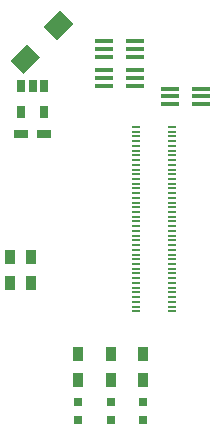
<source format=gtp>
G04 #@! TF.FileFunction,Paste,Top*
%FSLAX46Y46*%
G04 Gerber Fmt 4.6, Leading zero omitted, Abs format (unit mm)*
G04 Created by KiCad (PCBNEW 4.0.1-stable) date Tuesday, April 12, 2016 'PMt' 11:02:27 PM*
%MOMM*%
G01*
G04 APERTURE LIST*
%ADD10C,0.100000*%
%ADD11R,1.501140X0.398780*%
%ADD12R,1.200000X0.750000*%
%ADD13R,0.797560X0.797560*%
%ADD14R,0.900000X1.200000*%
%ADD15R,0.650000X1.060000*%
%ADD16R,0.700000X0.200000*%
G04 APERTURE END LIST*
D10*
D11*
X158080960Y-94250000D03*
X158080960Y-93599760D03*
X158080960Y-92949520D03*
X155419040Y-92949520D03*
X155419040Y-93599760D03*
X155419040Y-94250000D03*
X163661920Y-98250000D03*
X163661920Y-97599760D03*
X163661920Y-96949520D03*
X161000000Y-96949520D03*
X161000000Y-97599760D03*
X161000000Y-98250000D03*
X158080960Y-96700000D03*
X158080960Y-96049760D03*
X158080960Y-95399520D03*
X155419040Y-95399520D03*
X155419040Y-96049760D03*
X155419040Y-96700000D03*
D12*
X150325000Y-100775000D03*
X148425000Y-100775000D03*
D10*
G36*
X148619365Y-95701220D02*
X147487994Y-94569849D01*
X148902207Y-93155636D01*
X150033578Y-94287007D01*
X148619365Y-95701220D01*
X148619365Y-95701220D01*
G37*
G36*
X151447793Y-92872792D02*
X150316422Y-91741421D01*
X151730635Y-90327208D01*
X152862006Y-91458579D01*
X151447793Y-92872792D01*
X151447793Y-92872792D01*
G37*
D13*
X158750000Y-124999300D03*
X158750000Y-123500700D03*
X156000000Y-124998600D03*
X156000000Y-123500000D03*
X153250000Y-124999300D03*
X153250000Y-123500700D03*
D14*
X158750000Y-121600000D03*
X158750000Y-119400000D03*
X156000000Y-121600000D03*
X156000000Y-119400000D03*
X153250000Y-121600000D03*
X153250000Y-119400000D03*
D15*
X150325000Y-96700000D03*
X149375000Y-96700000D03*
X148425000Y-96700000D03*
X148425000Y-98900000D03*
X150325000Y-98900000D03*
D16*
X161190000Y-100200000D03*
X161190000Y-100600000D03*
X161190000Y-101000000D03*
X161190000Y-101400000D03*
X161190000Y-101800000D03*
X161190000Y-102200000D03*
X161190000Y-102600000D03*
X161190000Y-103000000D03*
X161190000Y-103400000D03*
X161190000Y-103800000D03*
X161190000Y-107800000D03*
X161190000Y-107400000D03*
X161190000Y-107000000D03*
X161190000Y-106600000D03*
X161190000Y-106200000D03*
X161190000Y-105800000D03*
X161190000Y-105400000D03*
X161190000Y-105000000D03*
X161190000Y-104600000D03*
X161190000Y-104200000D03*
X161190000Y-108200000D03*
X161190000Y-108600000D03*
X161190000Y-109000000D03*
X161190000Y-109400000D03*
X161190000Y-109800000D03*
X161190000Y-110200000D03*
X161190000Y-110600000D03*
X161190000Y-111000000D03*
X161190000Y-111400000D03*
X161190000Y-111800000D03*
X161190000Y-115800000D03*
X161190000Y-115400000D03*
X161190000Y-115000000D03*
X161190000Y-114600000D03*
X161190000Y-114200000D03*
X161190000Y-113800000D03*
X161190000Y-113400000D03*
X161190000Y-113000000D03*
X161190000Y-112600000D03*
X161190000Y-112200000D03*
X158110000Y-112200000D03*
X158110000Y-112600000D03*
X158110000Y-113000000D03*
X158110000Y-113400000D03*
X158110000Y-113800000D03*
X158110000Y-114200000D03*
X158110000Y-114600000D03*
X158110000Y-115000000D03*
X158110000Y-115400000D03*
X158110000Y-115800000D03*
X158110000Y-111800000D03*
X158110000Y-111400000D03*
X158110000Y-111000000D03*
X158110000Y-110600000D03*
X158110000Y-110200000D03*
X158110000Y-109800000D03*
X158110000Y-109400000D03*
X158110000Y-109000000D03*
X158110000Y-108600000D03*
X158110000Y-108200000D03*
X158110000Y-104200000D03*
X158110000Y-104600000D03*
X158110000Y-105000000D03*
X158110000Y-105400000D03*
X158110000Y-105800000D03*
X158110000Y-106200000D03*
X158110000Y-106600000D03*
X158110000Y-107000000D03*
X158110000Y-107400000D03*
X158110000Y-107800000D03*
X158110000Y-103800000D03*
X158110000Y-103400000D03*
X158110000Y-103000000D03*
X158110000Y-102600000D03*
X158110000Y-102200000D03*
X158110000Y-101800000D03*
X158110000Y-101400000D03*
X158110000Y-101000000D03*
X158110000Y-100600000D03*
X158110000Y-100200000D03*
D14*
X147500000Y-111200000D03*
X147500000Y-113400000D03*
X149200000Y-111200000D03*
X149200000Y-113400000D03*
M02*

</source>
